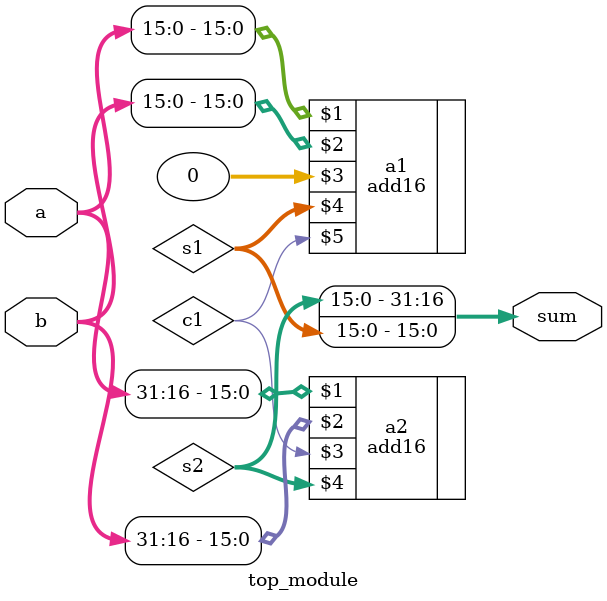
<source format=v>
module top_module(
    input [31:0] a,
    input [31:0] b,
    output [31:0] sum
);

    wire c1,c2;
    wire [15:0]s1,s2;

    add16 a1(a[15:0],b[15:0],0,s1,c1);

    add16 a2(a[31:16],b[31:16],c1,s2,);

    assign sum = {s2,s1};

endmodule

</source>
